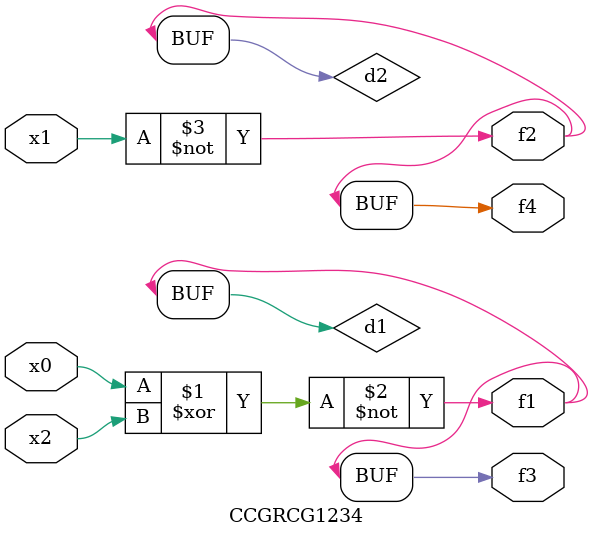
<source format=v>
module CCGRCG1234(
	input x0, x1, x2,
	output f1, f2, f3, f4
);

	wire d1, d2, d3;

	xnor (d1, x0, x2);
	nand (d2, x1);
	nor (d3, x1, x2);
	assign f1 = d1;
	assign f2 = d2;
	assign f3 = d1;
	assign f4 = d2;
endmodule

</source>
